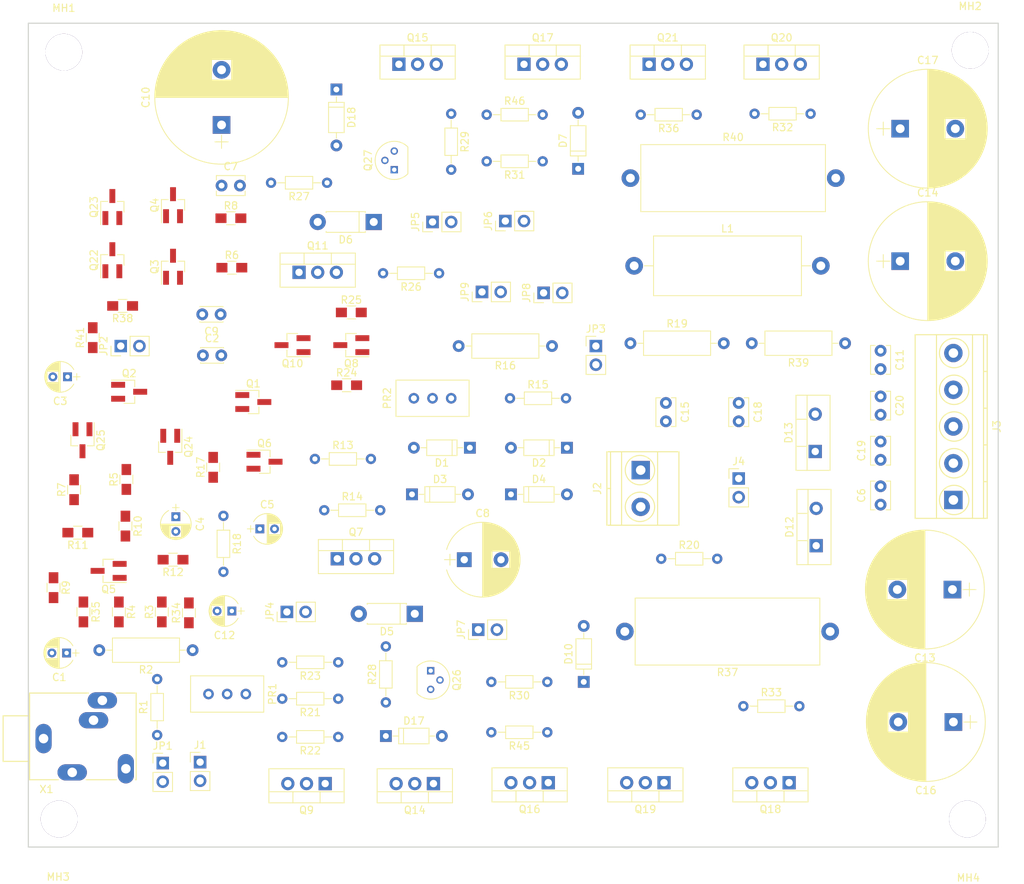
<source format=kicad_pcb>
(kicad_pcb (version 4) (host pcbnew 4.0.7)
  (layers (0 F.Cu mixed) (31 B.Cu mixed) (34 B.Paste user) (35 F.Paste user) (36 B.SilkS user) (37 F.SilkS user) (38 B.Mask user) (39 F.Mask user) (44 Edge.Cuts user))
  (net 0 "")
  (net 1 "Net-(C1-Pad1)")
  (net 2 "Net-(C1-Pad2)")
  (net 3 "Net-(C2-Pad1)")
  (net 4 GND)
  (net 5 "Net-(C3-Pad1)")
  (net 6 "Net-(C3-Pad2)")
  (net 7 "Net-(C4-Pad2)")
  (net 8 "Net-(C5-Pad2)")
  (net 9 "Net-(C10-Pad2)")
  (net 10 "Net-(C8-Pad1)")
  (net 11 "Net-(C9-Pad1)")
  (net 12 "Net-(C9-Pad2)")
  (net 13 "Net-(C12-Pad1)")
  (net 14 "Net-(C12-Pad2)")
  (net 15 "Net-(C15-Pad1)")
  (net 16 +VCC_15V)
  (net 17 VEE_-15V)
  (net 18 "Net-(C18-Pad1)")
  (net 19 "Net-(C18-Pad2)")
  (net 20 "Net-(D1-Pad1)")
  (net 21 "Net-(D3-Pad2)")
  (net 22 "Net-(D10-Pad2)")
  (net 23 "Net-(D5-Pad2)")
  (net 24 "Net-(D7-Pad2)")
  (net 25 "Net-(D10-Pad1)")
  (net 26 "Net-(D12-Pad1)")
  (net 27 "Net-(D13-Pad2)")
  (net 28 "Net-(D17-Pad1)")
  (net 29 "Net-(D17-Pad2)")
  (net 30 "Net-(D18-Pad1)")
  (net 31 "Net-(D18-Pad2)")
  (net 32 +VCC_40V)
  (net 33 VEE_-40V)
  (net 34 "Net-(J2-Pad1)")
  (net 35 "Net-(JP2-Pad1)")
  (net 36 "Net-(PR1-Pad1)")
  (net 37 "Net-(PR2-Pad2)")
  (net 38 "Net-(Q1-Pad2)")
  (net 39 "Net-(Q1-Pad3)")
  (net 40 "Net-(Q2-Pad2)")
  (net 41 "Net-(Q2-Pad3)")
  (net 42 "Net-(Q22-Pad2)")
  (net 43 "Net-(Q3-Pad2)")
  (net 44 "Net-(Q4-Pad2)")
  (net 45 "Net-(Q23-Pad2)")
  (net 46 "Net-(Q5-Pad2)")
  (net 47 "Net-(Q5-Pad3)")
  (net 48 "Net-(Q6-Pad1)")
  (net 49 "Net-(Q6-Pad3)")
  (net 50 "Net-(Q7-Pad2)")
  (net 51 "Net-(Q8-Pad1)")
  (net 52 "Net-(Q9-Pad1)")
  (net 53 "Net-(Q10-Pad2)")
  (net 54 "Net-(Q11-Pad3)")
  (net 55 "Net-(Q16-Pad3)")
  (net 56 "Net-(Q17-Pad3)")
  (net 57 "Net-(Q19-Pad3)")
  (net 58 "Net-(Q20-Pad3)")
  (net 59 "Net-(Q22-Pad1)")
  (net 60 "Net-(Q26-Pad2)")
  (net 61 "Net-(Q27-Pad2)")
  (net 62 "Net-(R3-Pad2)")
  (net 63 "Net-(R11-Pad2)")
  (net 64 "Net-(R20-Pad2)")
  (net 65 "Net-(D5-Pad1)")
  (net 66 "Net-(D7-Pad1)")
  (net 67 "Net-(JP4-Pad2)")
  (net 68 "Net-(JP5-Pad2)")
  (net 69 "Net-(JP8-Pad2)")
  (net 70 "Net-(JP3-Pad1)")
  (module Capacitors_THT:CP_Radial_D4.0mm_P2.00mm (layer F.Cu) (at 60.071 113.157 180)
    (fp_text reference C1 (at 1 -3.31 180) (layer F.SilkS))
    (fp_text value 47u)
    (pad 1 thru_hole rect (at 0 0 180) (size 1.2 1.2) (drill 0.6) (layers *.Cu *.Mask) (net 1 "Net-(C1-Pad1)"))
    (pad 2 thru_hole circle (at 2 0 180) (size 1.2 1.2) (drill 0.6) (layers *.Cu *.Mask) (net 2 "Net-(C1-Pad2)"))
  )
  (module Capacitors_THT:C_Disc_D3.0mm_W2.0mm_P2.50mm (layer F.Cu) (at 78.613 72.644)
    (fp_text reference C2 (at 1.25 -2.31) (layer F.SilkS))
    (fp_text value 0.3n)
    (pad 1 thru_hole circle (at 0 0) (size 1.6 1.6) (drill 0.8) (layers *.Cu *.Mask) (net 3 "Net-(C2-Pad1)"))
    (pad 2 thru_hole circle (at 2.5 0) (size 1.6 1.6) (drill 0.8) (layers *.Cu *.Mask) (net 4 GND))
  )
  (module Capacitors_THT:CP_Radial_D4.0mm_P2.00mm (layer F.Cu) (at 60.198 75.565 180)
    (fp_text reference C3 (at 1 -3.31 180) (layer F.SilkS))
    (fp_text value 100u)
    (pad 1 thru_hole rect (at 0 0 180) (size 1.2 1.2) (drill 0.6) (layers *.Cu *.Mask) (net 5 "Net-(C3-Pad1)"))
    (pad 2 thru_hole circle (at 2 0 180) (size 1.2 1.2) (drill 0.6) (layers *.Cu *.Mask) (net 6 "Net-(C3-Pad2)"))
  )
  (module Capacitors_THT:CP_Radial_D4.0mm_P2.00mm (layer F.Cu) (at 74.93 94.615 270)
    (fp_text reference C4 (at 1 -3.31 270) (layer F.SilkS))
    (fp_text value 47u)
    (pad 1 thru_hole rect (at 0 0 270) (size 1.2 1.2) (drill 0.6) (layers *.Cu *.Mask) (net 32 +VCC_40V))
    (pad 2 thru_hole circle (at 2 0 270) (size 1.2 1.2) (drill 0.6) (layers *.Cu *.Mask) (net 7 "Net-(C4-Pad2)"))
  )
  (module Capacitors_THT:CP_Radial_D4.0mm_P2.00mm (layer F.Cu) (at 86.36 96.266)
    (fp_text reference C5 (at 1 -3.31) (layer F.SilkS))
    (fp_text value 47u)
    (pad 1 thru_hole rect (at 0 0) (size 1.2 1.2) (drill 0.6) (layers *.Cu *.Mask) (net 32 +VCC_40V))
    (pad 2 thru_hole circle (at 2 0) (size 1.2 1.2) (drill 0.6) (layers *.Cu *.Mask) (net 8 "Net-(C5-Pad2)"))
  )
  (module Capacitors_THT:C_Disc_D3.8mm_W2.6mm_P2.50mm (layer F.Cu) (at 170.815 92.964 90)
    (fp_text reference C6 (at 1.25 -2.61 90) (layer F.SilkS))
    (fp_text value 100n)
    (pad 1 thru_hole circle (at 0 0 90) (size 1.6 1.6) (drill 0.8) (layers *.Cu *.Mask) (net 32 +VCC_40V))
    (pad 2 thru_hole circle (at 2.5 0 90) (size 1.6 1.6) (drill 0.8) (layers *.Cu *.Mask) (net 4 GND))
  )
  (module Capacitors_THT:C_Disc_D3.8mm_W2.6mm_P2.50mm (layer F.Cu) (at 81.153 49.53)
    (fp_text reference C7 (at 1.25 -2.61) (layer F.SilkS))
    (fp_text value 100n)
    (pad 1 thru_hole circle (at 0 0) (size 1.6 1.6) (drill 0.8) (layers *.Cu *.Mask) (net 4 GND))
    (pad 2 thru_hole circle (at 2.5 0) (size 1.6 1.6) (drill 0.8) (layers *.Cu *.Mask) (net 9 "Net-(C10-Pad2)"))
  )
  (module Capacitors_THT:CP_Radial_D10.0mm_P5.00mm (layer F.Cu) (at 114.173 100.457)
    (fp_text reference C8 (at 2.5 -6.31) (layer F.SilkS))
    (fp_text value 1000u)
    (pad 1 thru_hole rect (at 0 0) (size 2 2) (drill 1) (layers *.Cu *.Mask) (net 10 "Net-(C8-Pad1)"))
    (pad 2 thru_hole circle (at 5 0) (size 2 2) (drill 1) (layers *.Cu *.Mask) (net 4 GND))
  )
  (module Capacitors_THT:C_Disc_D3.0mm_W2.0mm_P2.50mm (layer F.Cu) (at 81.026 67.056 180)
    (fp_text reference C9 (at 1.25 -2.31 180) (layer F.SilkS))
    (fp_text value 33p)
    (pad 1 thru_hole circle (at 0 0 180) (size 1.6 1.6) (drill 0.8) (layers *.Cu *.Mask) (net 11 "Net-(C9-Pad1)"))
    (pad 2 thru_hole circle (at 2.5 0 180) (size 1.6 1.6) (drill 0.8) (layers *.Cu *.Mask) (net 12 "Net-(C9-Pad2)"))
  )
  (module Capacitors_THT:CP_Radial_D18.0mm_P7.50mm (layer F.Cu) (at 81.153 41.275 90)
    (fp_text reference C10 (at 3.75 -10.31 90) (layer F.SilkS))
    (fp_text value 1000u)
    (pad 1 thru_hole rect (at 0 0 90) (size 2.4 2.4) (drill 1.2) (layers *.Cu *.Mask) (net 4 GND))
    (pad 2 thru_hole circle (at 7.5 0 90) (size 2.4 2.4) (drill 1.2) (layers *.Cu *.Mask) (net 9 "Net-(C10-Pad2)"))
  )
  (module Capacitors_THT:C_Disc_D3.8mm_W2.6mm_P2.50mm (layer F.Cu) (at 170.815 72.009 270)
    (fp_text reference C11 (at 1.25 -2.61 270) (layer F.SilkS))
    (fp_text value 100n)
    (pad 1 thru_hole circle (at 0 0 270) (size 1.6 1.6) (drill 0.8) (layers *.Cu *.Mask) (net 33 VEE_-40V))
    (pad 2 thru_hole circle (at 2.5 0 270) (size 1.6 1.6) (drill 0.8) (layers *.Cu *.Mask) (net 4 GND))
  )
  (module Capacitors_THT:CP_Radial_D4.0mm_P2.00mm (layer F.Cu) (at 82.55 107.442 180)
    (fp_text reference C12 (at 1 -3.31 180) (layer F.SilkS))
    (fp_text value 47u)
    (pad 1 thru_hole rect (at 0 0 180) (size 1.2 1.2) (drill 0.6) (layers *.Cu *.Mask) (net 13 "Net-(C12-Pad1)"))
    (pad 2 thru_hole circle (at 2 0 180) (size 1.2 1.2) (drill 0.6) (layers *.Cu *.Mask) (net 14 "Net-(C12-Pad2)"))
  )
  (module Capacitors_THT:CP_Radial_D16.0mm_P7.50mm (layer F.Cu) (at 180.594 104.521 180)
    (fp_text reference C13 (at 3.75 -9.31 180) (layer F.SilkS))
    (fp_text value 220u)
    (pad 1 thru_hole rect (at 0 0 180) (size 2.4 2.4) (drill 1.2) (layers *.Cu *.Mask) (net 32 +VCC_40V))
    (pad 2 thru_hole circle (at 7.5 0 180) (size 2.4 2.4) (drill 1.2) (layers *.Cu *.Mask) (net 4 GND))
  )
  (module Capacitors_THT:CP_Radial_D16.0mm_P7.50mm (layer F.Cu) (at 173.482 59.817)
    (fp_text reference C14 (at 3.75 -9.31) (layer F.SilkS))
    (fp_text value 220u)
    (pad 1 thru_hole rect (at 0 0) (size 2.4 2.4) (drill 1.2) (layers *.Cu *.Mask) (net 4 GND))
    (pad 2 thru_hole circle (at 7.5 0) (size 2.4 2.4) (drill 1.2) (layers *.Cu *.Mask) (net 33 VEE_-40V))
  )
  (module Capacitors_THT:C_Disc_D3.8mm_W2.6mm_P2.50mm (layer F.Cu) (at 141.605 79.121 270)
    (fp_text reference C15 (at 1.25 -2.61 270) (layer F.SilkS))
    (fp_text value 100n)
    (pad 1 thru_hole circle (at 0 0 270) (size 1.6 1.6) (drill 0.8) (layers *.Cu *.Mask) (net 15 "Net-(C15-Pad1)"))
    (pad 2 thru_hole circle (at 2.5 0 270) (size 1.6 1.6) (drill 0.8) (layers *.Cu *.Mask) (net 4 GND))
  )
  (module Capacitors_THT:CP_Radial_D16.0mm_P7.50mm (layer F.Cu) (at 180.721 122.555 180)
    (fp_text reference C16 (at 3.75 -9.31 180) (layer F.SilkS))
    (fp_text value 220u)
    (pad 1 thru_hole rect (at 0 0 180) (size 2.4 2.4) (drill 1.2) (layers *.Cu *.Mask) (net 16 +VCC_15V))
    (pad 2 thru_hole circle (at 7.5 0 180) (size 2.4 2.4) (drill 1.2) (layers *.Cu *.Mask) (net 4 GND))
  )
  (module Capacitors_THT:CP_Radial_D16.0mm_P7.50mm (layer F.Cu) (at 173.482 41.783)
    (fp_text reference C17 (at 3.75 -9.31) (layer F.SilkS))
    (fp_text value 220u)
    (pad 1 thru_hole rect (at 0 0) (size 2.4 2.4) (drill 1.2) (layers *.Cu *.Mask) (net 4 GND))
    (pad 2 thru_hole circle (at 7.5 0) (size 2.4 2.4) (drill 1.2) (layers *.Cu *.Mask) (net 17 VEE_-15V))
  )
  (module Capacitors_THT:C_Disc_D3.8mm_W2.6mm_P2.50mm (layer F.Cu) (at 151.511 79.121 270)
    (fp_text reference C18 (at 1.25 -2.61 270) (layer F.SilkS))
    (fp_text value 100n)
    (pad 1 thru_hole circle (at 0 0 270) (size 1.6 1.6) (drill 0.8) (layers *.Cu *.Mask) (net 18 "Net-(C18-Pad1)"))
    (pad 2 thru_hole circle (at 2.5 0 270) (size 1.6 1.6) (drill 0.8) (layers *.Cu *.Mask) (net 19 "Net-(C18-Pad2)"))
  )
  (module Capacitors_THT:C_Disc_D3.8mm_W2.6mm_P2.50mm (layer F.Cu) (at 170.815 86.868 90)
    (fp_text reference C19 (at 1.25 -2.61 90) (layer F.SilkS))
    (fp_text value 100n)
    (pad 1 thru_hole circle (at 0 0 90) (size 1.6 1.6) (drill 0.8) (layers *.Cu *.Mask) (net 16 +VCC_15V))
    (pad 2 thru_hole circle (at 2.5 0 90) (size 1.6 1.6) (drill 0.8) (layers *.Cu *.Mask) (net 4 GND))
  )
  (module Capacitors_THT:C_Disc_D3.8mm_W2.6mm_P2.50mm (layer F.Cu) (at 170.815 78.232 270)
    (fp_text reference C20 (at 1.25 -2.61 270) (layer F.SilkS))
    (fp_text value 100n)
    (pad 1 thru_hole circle (at 0 0 270) (size 1.6 1.6) (drill 0.8) (layers *.Cu *.Mask) (net 17 VEE_-15V))
    (pad 2 thru_hole circle (at 2.5 0 270) (size 1.6 1.6) (drill 0.8) (layers *.Cu *.Mask) (net 4 GND))
  )
  (module Diodes_THT:D_DO-35_SOD27_P7.62mm_Horizontal (layer F.Cu) (at 114.935 85.217 180)
    (fp_text reference D1 (at 3.81 -2.06 180) (layer F.SilkS))
    (fp_text value 1N4148)
    (pad 1 thru_hole rect (at 0 0 180) (size 1.6 1.6) (drill 0.8) (layers *.Cu *.Mask) (net 20 "Net-(D1-Pad1)"))
    (pad 2 thru_hole oval (at 7.62 0 180) (size 1.6 1.6) (drill 0.8) (layers *.Cu *.Mask) (net 10 "Net-(C8-Pad1)"))
  )
  (module Diodes_THT:D_DO-35_SOD27_P7.62mm_Horizontal (layer F.Cu) (at 128.143 85.217 180)
    (fp_text reference D2 (at 3.81 -2.06 180) (layer F.SilkS))
    (fp_text value 1N4148)
    (pad 1 thru_hole rect (at 0 0 180) (size 1.6 1.6) (drill 0.8) (layers *.Cu *.Mask) (net 4 GND))
    (pad 2 thru_hole oval (at 7.62 0 180) (size 1.6 1.6) (drill 0.8) (layers *.Cu *.Mask) (net 20 "Net-(D1-Pad1)"))
  )
  (module Diodes_THT:D_DO-35_SOD27_P7.62mm_Horizontal (layer F.Cu) (at 107.061 91.567)
    (fp_text reference D3 (at 3.81 -2.06) (layer F.SilkS))
    (fp_text value 1N4148)
    (pad 1 thru_hole rect (at 0 0) (size 1.6 1.6) (drill 0.8) (layers *.Cu *.Mask) (net 10 "Net-(C8-Pad1)"))
    (pad 2 thru_hole oval (at 7.62 0) (size 1.6 1.6) (drill 0.8) (layers *.Cu *.Mask) (net 21 "Net-(D3-Pad2)"))
  )
  (module Diodes_THT:D_DO-35_SOD27_P7.62mm_Horizontal (layer F.Cu) (at 120.523 91.567)
    (fp_text reference D4 (at 3.81 -2.06) (layer F.SilkS))
    (fp_text value 1N4148)
    (pad 1 thru_hole rect (at 0 0) (size 1.6 1.6) (drill 0.8) (layers *.Cu *.Mask) (net 21 "Net-(D3-Pad2)"))
    (pad 2 thru_hole oval (at 7.62 0) (size 1.6 1.6) (drill 0.8) (layers *.Cu *.Mask) (net 4 GND))
  )
  (module Diodes_THT:D_DO-41_SOD81_P7.62mm_Horizontal (layer F.Cu) (at 107.442 107.823 180)
    (fp_text reference D5 (at 3.81 -2.41 180) (layer F.SilkS))
    (fp_text value 1N4728)
    (pad 1 thru_hole rect (at 0 0 180) (size 2.2 2.2) (drill 1.1) (layers *.Cu *.Mask) (net 65 "Net-(D5-Pad1)"))
    (pad 2 thru_hole oval (at 7.62 0 180) (size 2.2 2.2) (drill 1.1) (layers *.Cu *.Mask) (net 23 "Net-(D5-Pad2)"))
  )
  (module Diodes_THT:D_DO-41_SOD81_P7.62mm_Horizontal (layer F.Cu) (at 101.854 54.483 180)
    (fp_text reference D6 (at 3.81 -2.41 180) (layer F.SilkS))
    (fp_text value 1N4728)
    (pad 1 thru_hole rect (at 0 0 180) (size 2.2 2.2) (drill 1.1) (layers *.Cu *.Mask) (net 14 "Net-(C12-Pad2)"))
    (pad 2 thru_hole oval (at 7.62 0 180) (size 2.2 2.2) (drill 1.1) (layers *.Cu *.Mask) (net 11 "Net-(C9-Pad1)"))
  )
  (module Diodes_THT:D_DO-35_SOD27_P7.62mm_Horizontal (layer F.Cu) (at 129.667 47.244 90)
    (fp_text reference D7 (at 3.81 -2.06 90) (layer F.SilkS))
    (fp_text value 1N4148)
    (pad 1 thru_hole rect (at 0 0 90) (size 1.6 1.6) (drill 0.8) (layers *.Cu *.Mask) (net 66 "Net-(D7-Pad1)"))
    (pad 2 thru_hole oval (at 7.62 0 90) (size 1.6 1.6) (drill 0.8) (layers *.Cu *.Mask) (net 24 "Net-(D7-Pad2)"))
  )
  (module Diodes_THT:D_DO-35_SOD27_P7.62mm_Horizontal (layer F.Cu) (at 130.429 117.094 90)
    (fp_text reference D10 (at 3.81 -2.06 90) (layer F.SilkS))
    (fp_text value 1N4148)
    (pad 1 thru_hole rect (at 0 0 90) (size 1.6 1.6) (drill 0.8) (layers *.Cu *.Mask) (net 25 "Net-(D10-Pad1)"))
    (pad 2 thru_hole oval (at 7.62 0 90) (size 1.6 1.6) (drill 0.8) (layers *.Cu *.Mask) (net 22 "Net-(D10-Pad2)"))
  )
  (module TO_SOT_Packages_THT:TO-220-2_Vertical (layer F.Cu) (at 162.052 98.552 90)
    (fp_text reference D12 (at 2.54 -3.62 90) (layer F.SilkS))
    (fp_text value MUR860)
    (pad 1 thru_hole rect (at 0 0 90) (size 1.8 1.8) (drill 1) (layers *.Cu *.Mask) (net 26 "Net-(D12-Pad1)"))
    (pad 2 thru_hole oval (at 5.08 0 90) (size 1.8 1.8) (drill 1) (layers *.Cu *.Mask) (net 16 +VCC_15V))
  )
  (module TO_SOT_Packages_THT:TO-220-2_Vertical (layer F.Cu) (at 161.925 85.725 90)
    (fp_text reference D13 (at 2.54 -3.62 90) (layer F.SilkS))
    (fp_text value MUR860)
    (pad 1 thru_hole rect (at 0 0 90) (size 1.8 1.8) (drill 1) (layers *.Cu *.Mask) (net 17 VEE_-15V))
    (pad 2 thru_hole oval (at 5.08 0 90) (size 1.8 1.8) (drill 1) (layers *.Cu *.Mask) (net 27 "Net-(D13-Pad2)"))
  )
  (module Diodes_THT:D_DO-35_SOD27_P7.62mm_Horizontal (layer F.Cu) (at 103.505 124.46)
    (fp_text reference D17 (at 3.81 -2.06) (layer F.SilkS))
    (fp_text value 1N4148)
    (pad 1 thru_hole rect (at 0 0) (size 1.6 1.6) (drill 0.8) (layers *.Cu *.Mask) (net 28 "Net-(D17-Pad1)"))
    (pad 2 thru_hole oval (at 7.62 0) (size 1.6 1.6) (drill 0.8) (layers *.Cu *.Mask) (net 29 "Net-(D17-Pad2)"))
  )
  (module Diodes_THT:D_DO-35_SOD27_P7.62mm_Horizontal (layer F.Cu) (at 96.774 36.449 270)
    (fp_text reference D18 (at 3.81 -2.06 270) (layer F.SilkS))
    (fp_text value 1N4148)
    (pad 1 thru_hole rect (at 0 0 270) (size 1.6 1.6) (drill 0.8) (layers *.Cu *.Mask) (net 30 "Net-(D18-Pad1)"))
    (pad 2 thru_hole oval (at 7.62 0 270) (size 1.6 1.6) (drill 0.8) (layers *.Cu *.Mask) (net 31 "Net-(D18-Pad2)"))
  )
  (module Pin_Headers:Pin_Header_Straight_1x02_Pitch2.54mm (layer F.Cu) (at 78.232 128.016)
    (fp_text reference J1 (at 0 -2.33) (layer F.SilkS))
    (fp_text value Conn_IN)
    (pad 1 thru_hole rect (at 0 0) (size 1.7 1.7) (drill 1) (layers *.Cu *.Mask) (net 2 "Net-(C1-Pad2)"))
    (pad 2 thru_hole oval (at 0 2.54) (size 1.7 1.7) (drill 1) (layers *.Cu *.Mask) (net 4 GND))
  )
  (module TerminalBlocks_Phoenix:TerminalBlock_Phoenix_MKDS1.5-2pol (layer F.Cu) (at 138.176 88.265 270)
    (fp_text reference J2 (at 2.5 5.9 270) (layer F.SilkS))
    (fp_text value LOAD_CONN)
    (pad 1 thru_hole rect (at 0 0 270) (size 2.5 2.5) (drill 1.3) (layers *.Cu *.Mask) (net 34 "Net-(J2-Pad1)"))
    (pad 2 thru_hole circle (at 5 0 270) (size 2.5 2.5) (drill 1.3) (layers *.Cu *.Mask) (net 4 GND))
  )
  (module TerminalBlocks_Phoenix:TerminalBlock_Phoenix_MKDS1.5-5pol (layer F.Cu) (at 180.721 92.329 90)
    (fp_text reference J3 (at 10 5.9 90) (layer F.SilkS))
    (fp_text value SUPPLY_CONN)
    (pad 5 thru_hole circle (at 20 0 90) (size 2.5 2.5) (drill 1.3) (layers *.Cu *.Mask) (net 33 VEE_-40V))
    (pad 4 thru_hole circle (at 15 0 90) (size 2.5 2.5) (drill 1.3) (layers *.Cu *.Mask) (net 17 VEE_-15V))
    (pad 3 thru_hole circle (at 10 0 90) (size 2.5 2.5) (drill 1.3) (layers *.Cu *.Mask) (net 4 GND))
    (pad 1 thru_hole rect (at 0 0 90) (size 2.5 2.5) (drill 1.3) (layers *.Cu *.Mask) (net 32 +VCC_40V))
    (pad 2 thru_hole circle (at 5 0 90) (size 2.5 2.5) (drill 1.3) (layers *.Cu *.Mask) (net 16 +VCC_15V))
  )
  (module Pin_Headers:Pin_Header_Straight_1x02_Pitch2.54mm (layer F.Cu) (at 73.152 128.143)
    (fp_text reference JP1 (at 0 -2.33) (layer F.SilkS))
    (fp_text value Jumper_NO_Small)
    (pad 1 thru_hole rect (at 0 0) (size 1.7 1.7) (drill 1) (layers *.Cu *.Mask) (net 2 "Net-(C1-Pad2)"))
    (pad 2 thru_hole oval (at 0 2.54) (size 1.7 1.7) (drill 1) (layers *.Cu *.Mask) (net 4 GND))
  )
  (module Pin_Headers:Pin_Header_Straight_1x02_Pitch2.54mm (layer F.Cu) (at 67.437 71.374 90)
    (fp_text reference JP2 (at 0 -2.33 90) (layer F.SilkS))
    (fp_text value Diff_Stage_Jumper)
    (pad 1 thru_hole rect (at 0 0 90) (size 1.7 1.7) (drill 1) (layers *.Cu *.Mask) (net 35 "Net-(JP2-Pad1)"))
    (pad 2 thru_hole oval (at 0 2.54 90) (size 1.7 1.7) (drill 1) (layers *.Cu *.Mask) (net 12 "Net-(C9-Pad2)"))
  )
  (module Pin_Headers:Pin_Header_Straight_1x02_Pitch2.54mm (layer F.Cu) (at 132.08 71.374)
    (fp_text reference JP3 (at 0 -2.33) (layer F.SilkS))
    (fp_text value Jumper_Q2)
    (pad 1 thru_hole rect (at 0 0) (size 1.7 1.7) (drill 1) (layers *.Cu *.Mask) (net 70 "Net-(JP3-Pad1)"))
    (pad 2 thru_hole oval (at 0 2.54) (size 1.7 1.7) (drill 1) (layers *.Cu *.Mask) (net 4 GND))
  )
  (module Pin_Headers:Pin_Header_Straight_1x02_Pitch2.54mm (layer F.Cu) (at 90.043 107.569 90)
    (fp_text reference JP4 (at 0 -2.33 90) (layer F.SilkS))
    (fp_text value Low_Pos_Jumper)
    (pad 1 thru_hole rect (at 0 0 90) (size 1.7 1.7) (drill 1) (layers *.Cu *.Mask) (net 13 "Net-(C12-Pad1)"))
    (pad 2 thru_hole oval (at 0 2.54 90) (size 1.7 1.7) (drill 1) (layers *.Cu *.Mask) (net 67 "Net-(JP4-Pad2)"))
  )
  (module Potentiometers:Potentiometer_Trimmer_Suntan_TSR-3386C_Vertical (layer F.Cu) (at 84.455 118.745 270)
    (fp_text reference PR1 (at 0 -3.625 270) (layer F.SilkS))
    (fp_text value 1k)
    (pad 3 thru_hole circle (at 0 5.08 270) (size 1.44 1.44) (drill 0.8) (layers *.Cu *.Mask) (net 14 "Net-(C12-Pad2)"))
    (pad 2 thru_hole circle (at 0 2.54 270) (size 1.44 1.44) (drill 0.8) (layers *.Cu *.Mask) (net 14 "Net-(C12-Pad2)"))
    (pad 1 thru_hole circle (at 0 0 270) (size 1.44 1.44) (drill 0.8) (layers *.Cu *.Mask) (net 36 "Net-(PR1-Pad1)"))
  )
  (module Potentiometers:Potentiometer_Trimmer_Suntan_TSR-3386C_Vertical (layer F.Cu) (at 107.315 78.486 90)
    (fp_text reference PR2 (at 0 -3.625 90) (layer F.SilkS))
    (fp_text value 100)
    (pad 3 thru_hole circle (at 0 5.08 90) (size 1.44 1.44) (drill 0.8) (layers *.Cu *.Mask) (net 37 "Net-(PR2-Pad2)"))
    (pad 2 thru_hole circle (at 0 2.54 90) (size 1.44 1.44) (drill 0.8) (layers *.Cu *.Mask) (net 37 "Net-(PR2-Pad2)"))
    (pad 1 thru_hole circle (at 0 0 90) (size 1.44 1.44) (drill 0.8) (layers *.Cu *.Mask) (net 10 "Net-(C8-Pad1)"))
  )
  (module TO_SOT_Packages_SMD:SOT-23_Handsoldering (layer F.Cu) (at 85.471 78.994)
    (fp_text reference Q1 (at 0 -2.5) (layer F.SilkS))
    (fp_text value BC856)
    (pad 1 smd rect (at -1.5 -0.95) (size 1.9 0.8) (layers F.Cu F.Paste F.Mask) (net 3 "Net-(C2-Pad1)"))
    (pad 2 smd rect (at -1.5 0.95) (size 1.9 0.8) (layers F.Cu F.Paste F.Mask) (net 38 "Net-(Q1-Pad2)"))
    (pad 3 smd rect (at 1.5 0) (size 1.9 0.8) (layers F.Cu F.Paste F.Mask) (net 39 "Net-(Q1-Pad3)"))
  )
  (module TO_SOT_Packages_SMD:SOT-23_Handsoldering (layer F.Cu) (at 68.58 77.597)
    (fp_text reference Q2 (at 0 -2.5) (layer F.SilkS))
    (fp_text value BC856)
    (pad 1 smd rect (at -1.5 -0.95) (size 1.9 0.8) (layers F.Cu F.Paste F.Mask) (net 5 "Net-(C3-Pad1)"))
    (pad 2 smd rect (at -1.5 0.95) (size 1.9 0.8) (layers F.Cu F.Paste F.Mask) (net 40 "Net-(Q2-Pad2)"))
    (pad 3 smd rect (at 1.5 0) (size 1.9 0.8) (layers F.Cu F.Paste F.Mask) (net 41 "Net-(Q2-Pad3)"))
  )
  (module TO_SOT_Packages_SMD:SOT-23_Handsoldering (layer F.Cu) (at 74.549 60.579 90)
    (fp_text reference Q3 (at 0 -2.5 90) (layer F.SilkS))
    (fp_text value BC846)
    (pad 1 smd rect (at -1.5 -0.95 90) (size 1.9 0.8) (layers F.Cu F.Paste F.Mask) (net 42 "Net-(Q22-Pad2)"))
    (pad 2 smd rect (at -1.5 0.95 90) (size 1.9 0.8) (layers F.Cu F.Paste F.Mask) (net 43 "Net-(Q3-Pad2)"))
    (pad 3 smd rect (at 1.5 0 90) (size 1.9 0.8) (layers F.Cu F.Paste F.Mask) (net 42 "Net-(Q22-Pad2)"))
  )
  (module TO_SOT_Packages_SMD:SOT-23_Handsoldering (layer F.Cu) (at 74.549 52.197 90)
    (fp_text reference Q4 (at 0 -2.5 90) (layer F.SilkS))
    (fp_text value BC846)
    (pad 1 smd rect (at -1.5 -0.95 90) (size 1.9 0.8) (layers F.Cu F.Paste F.Mask) (net 42 "Net-(Q22-Pad2)"))
    (pad 2 smd rect (at -1.5 0.95 90) (size 1.9 0.8) (layers F.Cu F.Paste F.Mask) (net 44 "Net-(Q4-Pad2)"))
    (pad 3 smd rect (at 1.5 0 90) (size 1.9 0.8) (layers F.Cu F.Paste F.Mask) (net 45 "Net-(Q23-Pad2)"))
  )
  (module TO_SOT_Packages_SMD:SOT-23_Handsoldering (layer F.Cu) (at 65.786 101.981 180)
    (fp_text reference Q5 (at 0 -2.5 180) (layer F.SilkS))
    (fp_text value BC856)
    (pad 1 smd rect (at -1.5 -0.95 180) (size 1.9 0.8) (layers F.Cu F.Paste F.Mask) (net 7 "Net-(C4-Pad2)"))
    (pad 2 smd rect (at -1.5 0.95 180) (size 1.9 0.8) (layers F.Cu F.Paste F.Mask) (net 46 "Net-(Q5-Pad2)"))
    (pad 3 smd rect (at 1.5 0 180) (size 1.9 0.8) (layers F.Cu F.Paste F.Mask) (net 47 "Net-(Q5-Pad3)"))
  )
  (module TO_SOT_Packages_SMD:SOT-23_Handsoldering (layer F.Cu) (at 86.995 87.122)
    (fp_text reference Q6 (at 0 -2.5) (layer F.SilkS))
    (fp_text value BC856)
    (pad 1 smd rect (at -1.5 -0.95) (size 1.9 0.8) (layers F.Cu F.Paste F.Mask) (net 48 "Net-(Q6-Pad1)"))
    (pad 2 smd rect (at -1.5 0.95) (size 1.9 0.8) (layers F.Cu F.Paste F.Mask) (net 32 +VCC_40V))
    (pad 3 smd rect (at 1.5 0) (size 1.9 0.8) (layers F.Cu F.Paste F.Mask) (net 49 "Net-(Q6-Pad3)"))
  )
  (module TO_SOT_Packages_SMD:SOT-23_Handsoldering (layer F.Cu) (at 98.806 71.247 180)
    (fp_text reference Q8 (at 0 -2.5 180) (layer F.SilkS))
    (fp_text value BC846)
    (pad 1 smd rect (at -1.5 -0.95 180) (size 1.9 0.8) (layers F.Cu F.Paste F.Mask) (net 51 "Net-(Q8-Pad1)"))
    (pad 2 smd rect (at -1.5 0.95 180) (size 1.9 0.8) (layers F.Cu F.Paste F.Mask) (net 9 "Net-(C10-Pad2)"))
    (pad 3 smd rect (at 1.5 0 180) (size 1.9 0.8) (layers F.Cu F.Paste F.Mask) (net 12 "Net-(C9-Pad2)"))
  )
  (module TO_SOT_Packages_SMD:SOT-23_Handsoldering (layer F.Cu) (at 90.805 71.247 180)
    (fp_text reference Q10 (at 0 -2.5 180) (layer F.SilkS))
    (fp_text value BC846)
    (pad 1 smd rect (at -1.5 -0.95 180) (size 1.9 0.8) (layers F.Cu F.Paste F.Mask) (net 12 "Net-(C9-Pad2)"))
    (pad 2 smd rect (at -1.5 0.95 180) (size 1.9 0.8) (layers F.Cu F.Paste F.Mask) (net 53 "Net-(Q10-Pad2)"))
    (pad 3 smd rect (at 1.5 0 180) (size 1.9 0.8) (layers F.Cu F.Paste F.Mask) (net 4 GND))
  )
  (module TO_SOT_Packages_THT:TO-220-3_Vertical (layer F.Cu) (at 158.369 130.81 180)
    (fp_text reference Q18 (at 2.54 -3.62 180) (layer F.SilkS))
    (fp_text value 2SC5200)
    (pad 1 thru_hole rect (at 0 0 180) (size 1.8 1.8) (drill 1) (layers *.Cu *.Mask) (net 55 "Net-(Q16-Pad3)"))
    (pad 2 thru_hole oval (at 2.54 0 180) (size 1.8 1.8) (drill 1) (layers *.Cu *.Mask) (net 32 +VCC_40V))
    (pad 3 thru_hole oval (at 5.08 0 180) (size 1.8 1.8) (drill 1) (layers *.Cu *.Mask) (net 26 "Net-(D12-Pad1)"))
  )
  (module TO_SOT_Packages_THT:TO-220-3_Vertical (layer F.Cu) (at 141.351 130.81 180)
    (fp_text reference Q19 (at 2.54 -3.62 180) (layer F.SilkS))
    (fp_text value 2SC5200)
    (pad 1 thru_hole rect (at 0 0 180) (size 1.8 1.8) (drill 1) (layers *.Cu *.Mask) (net 18 "Net-(C18-Pad1)"))
    (pad 2 thru_hole oval (at 2.54 0 180) (size 1.8 1.8) (drill 1) (layers *.Cu *.Mask) (net 26 "Net-(D12-Pad1)"))
    (pad 3 thru_hole oval (at 5.08 0 180) (size 1.8 1.8) (drill 1) (layers *.Cu *.Mask) (net 57 "Net-(Q19-Pad3)"))
  )
  (module TO_SOT_Packages_THT:TO-220-3_Vertical (layer F.Cu) (at 154.813 33.02)
    (fp_text reference Q20 (at 2.54 -3.62) (layer F.SilkS))
    (fp_text value 2SA1943)
    (pad 1 thru_hole rect (at 0 0) (size 1.8 1.8) (drill 1) (layers *.Cu *.Mask) (net 19 "Net-(C18-Pad2)"))
    (pad 2 thru_hole oval (at 2.54 0) (size 1.8 1.8) (drill 1) (layers *.Cu *.Mask) (net 27 "Net-(D13-Pad2)"))
    (pad 3 thru_hole oval (at 5.08 0) (size 1.8 1.8) (drill 1) (layers *.Cu *.Mask) (net 58 "Net-(Q20-Pad3)"))
  )
  (module TO_SOT_Packages_THT:TO-220-3_Vertical (layer F.Cu) (at 139.319 33.02)
    (fp_text reference Q21 (at 2.54 -3.62) (layer F.SilkS))
    (fp_text value 2SA1943)
    (pad 1 thru_hole rect (at 0 0) (size 1.8 1.8) (drill 1) (layers *.Cu *.Mask) (net 56 "Net-(Q17-Pad3)"))
    (pad 2 thru_hole oval (at 2.54 0) (size 1.8 1.8) (drill 1) (layers *.Cu *.Mask) (net 33 VEE_-40V))
    (pad 3 thru_hole oval (at 5.08 0) (size 1.8 1.8) (drill 1) (layers *.Cu *.Mask) (net 27 "Net-(D13-Pad2)"))
  )
  (module TO_SOT_Packages_SMD:SOT-23_Handsoldering (layer F.Cu) (at 66.294 59.69 90)
    (fp_text reference Q22 (at 0 -2.5 90) (layer F.SilkS))
    (fp_text value BC846)
    (pad 1 smd rect (at -1.5 -0.95 90) (size 1.9 0.8) (layers F.Cu F.Paste F.Mask) (net 59 "Net-(Q22-Pad1)"))
    (pad 2 smd rect (at -1.5 0.95 90) (size 1.9 0.8) (layers F.Cu F.Paste F.Mask) (net 42 "Net-(Q22-Pad2)"))
    (pad 3 smd rect (at 1.5 0 90) (size 1.9 0.8) (layers F.Cu F.Paste F.Mask) (net 35 "Net-(JP2-Pad1)"))
  )
  (module TO_SOT_Packages_SMD:SOT-23_Handsoldering (layer F.Cu) (at 66.294 52.451 90)
    (fp_text reference Q23 (at 0 -2.5 90) (layer F.SilkS))
    (fp_text value BC846)
    (pad 1 smd rect (at -1.5 -0.95 90) (size 1.9 0.8) (layers F.Cu F.Paste F.Mask) (net 59 "Net-(Q22-Pad1)"))
    (pad 2 smd rect (at -1.5 0.95 90) (size 1.9 0.8) (layers F.Cu F.Paste F.Mask) (net 45 "Net-(Q23-Pad2)"))
    (pad 3 smd rect (at 1.5 0 90) (size 1.9 0.8) (layers F.Cu F.Paste F.Mask) (net 59 "Net-(Q22-Pad1)"))
  )
  (module TO_SOT_Packages_SMD:SOT-23_Handsoldering (layer F.Cu) (at 74.168 85.09 270)
    (fp_text reference Q24 (at 0 -2.5 270) (layer F.SilkS))
    (fp_text value BC846)
    (pad 1 smd rect (at -1.5 -0.95 270) (size 1.9 0.8) (layers F.Cu F.Paste F.Mask) (net 39 "Net-(Q1-Pad3)"))
    (pad 2 smd rect (at -1.5 0.95 270) (size 1.9 0.8) (layers F.Cu F.Paste F.Mask) (net 35 "Net-(JP2-Pad1)"))
    (pad 3 smd rect (at 1.5 0 270) (size 1.9 0.8) (layers F.Cu F.Paste F.Mask) (net 38 "Net-(Q1-Pad2)"))
  )
  (module TO_SOT_Packages_SMD:SOT-23_Handsoldering (layer F.Cu) (at 62.23 84.201 270)
    (fp_text reference Q25 (at 0 -2.5 270) (layer F.SilkS))
    (fp_text value BC846)
    (pad 1 smd rect (at -1.5 -0.95 270) (size 1.9 0.8) (layers F.Cu F.Paste F.Mask) (net 41 "Net-(Q2-Pad3)"))
    (pad 2 smd rect (at -1.5 0.95 270) (size 1.9 0.8) (layers F.Cu F.Paste F.Mask) (net 59 "Net-(Q22-Pad1)"))
    (pad 3 smd rect (at 1.5 0 270) (size 1.9 0.8) (layers F.Cu F.Paste F.Mask) (net 40 "Net-(Q2-Pad2)"))
  )
  (module TO_SOT_Packages_THT:TO-92_Molded_Narrow (layer F.Cu) (at 109.601 115.57 270)
    (fp_text reference Q26 (at 1.27 -3.56 270) (layer F.SilkS))
    (fp_text value MPSA42)
    (pad 2 thru_hole circle (at 1.27 -1.27) (size 1 1) (drill 0.6) (layers *.Cu *.Mask) (net 60 "Net-(Q26-Pad2)"))
    (pad 3 thru_hole circle (at 2.54 0) (size 1 1) (drill 0.6) (layers *.Cu *.Mask) (net 28 "Net-(D17-Pad1)"))
    (pad 1 thru_hole rect (at 0 0) (size 1 1) (drill 0.6) (layers *.Cu *.Mask) (net 69 "Net-(JP8-Pad2)"))
  )
  (module TO_SOT_Packages_THT:TO-92_Molded_Narrow (layer F.Cu) (at 104.648 47.371 90)
    (fp_text reference Q27 (at 1.27 -3.56 90) (layer F.SilkS))
    (fp_text value MPSA92)
    (pad 2 thru_hole circle (at 1.27 -1.27 180) (size 1 1) (drill 0.6) (layers *.Cu *.Mask) (net 61 "Net-(Q27-Pad2)"))
    (pad 3 thru_hole circle (at 2.54 0 180) (size 1 1) (drill 0.6) (layers *.Cu *.Mask) (net 31 "Net-(D18-Pad2)"))
    (pad 1 thru_hole rect (at 0 0 180) (size 1 1) (drill 0.6) (layers *.Cu *.Mask) (net 69 "Net-(JP8-Pad2)"))
  )
  (module Resistors_THT:R_Axial_DIN0204_L3.6mm_D1.6mm_P7.62mm_Horizontal (layer F.Cu) (at 72.39 124.333 90)
    (fp_text reference R1 (at 3.81 -1.86 90) (layer F.SilkS))
    (fp_text value 100k)
    (pad 1 thru_hole circle (at 0 0 90) (size 1.4 1.4) (drill 0.7) (layers *.Cu *.Mask) (net 2 "Net-(C1-Pad2)"))
    (pad 2 thru_hole oval (at 7.62 0 90) (size 1.4 1.4) (drill 0.7) (layers *.Cu *.Mask) (net 4 GND))
  )
  (module Resistors_THT:R_Axial_DIN0309_L9.0mm_D3.2mm_P12.70mm_Horizontal (layer F.Cu) (at 77.216 112.776 180)
    (fp_text reference R2 (at 6.35 -2.66 180) (layer F.SilkS))
    (fp_text value 10)
    (pad 1 thru_hole circle (at 0 0 180) (size 1.6 1.6) (drill 0.8) (layers *.Cu *.Mask) (net 3 "Net-(C2-Pad1)"))
    (pad 2 thru_hole oval (at 12.7 0 180) (size 1.6 1.6) (drill 0.8) (layers *.Cu *.Mask) (net 1 "Net-(C1-Pad1)"))
  )
  (module Resistors_SMD:R_0805_HandSoldering (layer F.Cu) (at 68.199 89.535 90)
    (fp_text reference R5 (at 0 -1.7 90) (layer F.SilkS))
    (fp_text value 100)
    (pad 1 smd rect (at -1.35 0 90) (size 1.5 1.3) (layers F.Cu F.Paste F.Mask) (net 63 "Net-(R11-Pad2)"))
    (pad 2 smd rect (at 1.35 0 90) (size 1.5 1.3) (layers F.Cu F.Paste F.Mask) (net 38 "Net-(Q1-Pad2)"))
  )
  (module Resistors_SMD:R_0805_HandSoldering (layer F.Cu) (at 82.55 60.706)
    (fp_text reference R6 (at 0 -1.7) (layer F.SilkS))
    (fp_text value 68)
    (pad 1 smd rect (at -1.35 0) (size 1.5 1.3) (layers F.Cu F.Paste F.Mask) (net 43 "Net-(Q3-Pad2)"))
    (pad 2 smd rect (at 1.35 0) (size 1.5 1.3) (layers F.Cu F.Paste F.Mask) (net 9 "Net-(C10-Pad2)"))
  )
  (module Resistors_SMD:R_0805_HandSoldering (layer F.Cu) (at 61.087 90.932 90)
    (fp_text reference R7 (at 0 -1.7 90) (layer F.SilkS))
    (fp_text value 100)
    (pad 1 smd rect (at -1.35 0 90) (size 1.5 1.3) (layers F.Cu F.Paste F.Mask) (net 63 "Net-(R11-Pad2)"))
    (pad 2 smd rect (at 1.35 0 90) (size 1.5 1.3) (layers F.Cu F.Paste F.Mask) (net 40 "Net-(Q2-Pad2)"))
  )
  (module Resistors_SMD:R_0805_HandSoldering (layer F.Cu) (at 82.423 53.975)
    (fp_text reference R8 (at 0 -1.7) (layer F.SilkS))
    (fp_text value 68)
    (pad 1 smd rect (at -1.35 0) (size 1.5 1.3) (layers F.Cu F.Paste F.Mask) (net 44 "Net-(Q4-Pad2)"))
    (pad 2 smd rect (at 1.35 0) (size 1.5 1.3) (layers F.Cu F.Paste F.Mask) (net 9 "Net-(C10-Pad2)"))
  )
  (module Resistors_SMD:R_0805_HandSoldering (layer F.Cu) (at 58.293 104.267 270)
    (fp_text reference R9 (at 0 -1.7 270) (layer F.SilkS))
    (fp_text value 100)
    (pad 1 smd rect (at -1.35 0 270) (size 1.5 1.3) (layers F.Cu F.Paste F.Mask) (net 6 "Net-(C3-Pad2)"))
    (pad 2 smd rect (at 1.35 0 270) (size 1.5 1.3) (layers F.Cu F.Paste F.Mask) (net 62 "Net-(R3-Pad2)"))
  )
  (module Resistors_SMD:R_0805_HandSoldering (layer F.Cu) (at 68.072 95.885 270)
    (fp_text reference R10 (at 0 -1.7 270) (layer F.SilkS))
    (fp_text value 100)
    (pad 1 smd rect (at -1.35 0 270) (size 1.5 1.3) (layers F.Cu F.Paste F.Mask) (net 32 +VCC_40V))
    (pad 2 smd rect (at 1.35 0 270) (size 1.5 1.3) (layers F.Cu F.Paste F.Mask) (net 46 "Net-(Q5-Pad2)"))
  )
  (module Resistors_SMD:R_0805_HandSoldering (layer F.Cu) (at 61.595 96.774 180)
    (fp_text reference R11 (at 0 -1.7 180) (layer F.SilkS))
    (fp_text value 2.2k)
    (pad 1 smd rect (at -1.35 0 180) (size 1.5 1.3) (layers F.Cu F.Paste F.Mask) (net 47 "Net-(Q5-Pad3)"))
    (pad 2 smd rect (at 1.35 0 180) (size 1.5 1.3) (layers F.Cu F.Paste F.Mask) (net 63 "Net-(R11-Pad2)"))
  )
  (module Resistors_SMD:R_0805_HandSoldering (layer F.Cu) (at 74.549 100.457 180)
    (fp_text reference R12 (at 0 -1.7 180) (layer F.SilkS))
    (fp_text value 2.2k)
    (pad 1 smd rect (at -1.35 0 180) (size 1.5 1.3) (layers F.Cu F.Paste F.Mask) (net 49 "Net-(Q6-Pad3)"))
    (pad 2 smd rect (at 1.35 0 180) (size 1.5 1.3) (layers F.Cu F.Paste F.Mask) (net 7 "Net-(C4-Pad2)"))
  )
  (module Resistors_THT:R_Axial_DIN0204_L3.6mm_D1.6mm_P7.62mm_Horizontal (layer F.Cu) (at 93.853 86.741)
    (fp_text reference R13 (at 3.81 -1.86) (layer F.SilkS))
    (fp_text value 10k)
    (pad 1 thru_hole circle (at 0 0) (size 1.4 1.4) (drill 0.7) (layers *.Cu *.Mask) (net 49 "Net-(Q6-Pad3)"))
    (pad 2 thru_hole oval (at 7.62 0) (size 1.4 1.4) (drill 0.7) (layers *.Cu *.Mask) (net 8 "Net-(C5-Pad2)"))
  )
  (module Resistors_THT:R_Axial_DIN0204_L3.6mm_D1.6mm_P7.62mm_Horizontal (layer F.Cu) (at 95.123 93.726)
    (fp_text reference R14 (at 3.81 -1.86) (layer F.SilkS))
    (fp_text value 10k)
    (pad 1 thru_hole circle (at 0 0) (size 1.4 1.4) (drill 0.7) (layers *.Cu *.Mask) (net 8 "Net-(C5-Pad2)"))
    (pad 2 thru_hole oval (at 7.62 0) (size 1.4 1.4) (drill 0.7) (layers *.Cu *.Mask) (net 4 GND))
  )
  (module Resistors_THT:R_Axial_DIN0204_L3.6mm_D1.6mm_P7.62mm_Horizontal (layer F.Cu) (at 120.396 78.486)
    (fp_text reference R15 (at 3.81 -1.86) (layer F.SilkS))
    (fp_text value 51)
    (pad 1 thru_hole circle (at 0 0) (size 1.4 1.4) (drill 0.7) (layers *.Cu *.Mask) (net 37 "Net-(PR2-Pad2)"))
    (pad 2 thru_hole oval (at 7.62 0) (size 1.4 1.4) (drill 0.7) (layers *.Cu *.Mask) (net 5 "Net-(C3-Pad1)"))
  )
  (module Resistors_THT:R_Axial_DIN0309_L9.0mm_D3.2mm_P12.70mm_Horizontal (layer F.Cu) (at 126.111 71.374 180)
    (fp_text reference R16 (at 6.35 -2.66 180) (layer F.SilkS))
    (fp_text value 2.2k)
    (pad 1 thru_hole circle (at 0 0 180) (size 1.6 1.6) (drill 0.8) (layers *.Cu *.Mask) (net 70 "Net-(JP3-Pad1)"))
    (pad 2 thru_hole oval (at 12.7 0 180) (size 1.6 1.6) (drill 0.8) (layers *.Cu *.Mask) (net 5 "Net-(C3-Pad1)"))
  )
  (module Resistors_SMD:R_0805_HandSoldering (layer F.Cu) (at 80.01 87.884 90)
    (fp_text reference R17 (at 0 -1.7 90) (layer F.SilkS))
    (fp_text value 2.2k)
    (pad 1 smd rect (at -1.35 0 90) (size 1.5 1.3) (layers F.Cu F.Paste F.Mask) (net 50 "Net-(Q7-Pad2)"))
    (pad 2 smd rect (at 1.35 0 90) (size 1.5 1.3) (layers F.Cu F.Paste F.Mask) (net 48 "Net-(Q6-Pad1)"))
  )
  (module Resistors_THT:R_Axial_DIN0204_L3.6mm_D1.6mm_P7.62mm_Horizontal (layer F.Cu) (at 81.407 94.488 270)
    (fp_text reference R18 (at 3.81 -1.86 270) (layer F.SilkS))
    (fp_text value 33)
    (pad 1 thru_hole circle (at 0 0 270) (size 1.4 1.4) (drill 0.7) (layers *.Cu *.Mask) (net 32 +VCC_40V))
    (pad 2 thru_hole oval (at 7.62 0 270) (size 1.4 1.4) (drill 0.7) (layers *.Cu *.Mask) (net 50 "Net-(Q7-Pad2)"))
  )
  (module Resistors_THT:R_Axial_DIN0309_L9.0mm_D3.2mm_P12.70mm_Horizontal (layer F.Cu) (at 136.779 70.993)
    (fp_text reference R19 (at 6.35 -2.66) (layer F.SilkS))
    (fp_text value 10)
    (pad 1 thru_hole circle (at 0 0) (size 1.6 1.6) (drill 0.8) (layers *.Cu *.Mask) (net 69 "Net-(JP8-Pad2)"))
    (pad 2 thru_hole oval (at 12.7 0) (size 1.6 1.6) (drill 0.8) (layers *.Cu *.Mask) (net 15 "Net-(C15-Pad1)"))
  )
  (module Resistors_THT:R_Axial_DIN0204_L3.6mm_D1.6mm_P7.62mm_Horizontal (layer F.Cu) (at 140.97 100.33)
    (fp_text reference R20 (at 3.81 -1.86) (layer F.SilkS))
    (fp_text value 100)
    (pad 1 thru_hole circle (at 0 0) (size 1.4 1.4) (drill 0.7) (layers *.Cu *.Mask) (net 18 "Net-(C18-Pad1)"))
    (pad 2 thru_hole oval (at 7.62 0) (size 1.4 1.4) (drill 0.7) (layers *.Cu *.Mask) (net 64 "Net-(R20-Pad2)"))
  )
  (module Resistors_THT:R_Axial_DIN0204_L3.6mm_D1.6mm_P7.62mm_Horizontal (layer F.Cu) (at 97.028 119.38 180)
    (fp_text reference R21 (at 3.81 -1.86 180) (layer F.SilkS))
    (fp_text value 3.3k)
    (pad 1 thru_hole circle (at 0 0 180) (size 1.4 1.4) (drill 0.7) (layers *.Cu *.Mask) (net 23 "Net-(D5-Pad2)"))
    (pad 2 thru_hole oval (at 7.62 0 180) (size 1.4 1.4) (drill 0.7) (layers *.Cu *.Mask) (net 52 "Net-(Q9-Pad1)"))
  )
  (module Resistors_THT:R_Axial_DIN0204_L3.6mm_D1.6mm_P7.62mm_Horizontal (layer F.Cu) (at 97.028 124.587 180)
    (fp_text reference R22 (at 3.81 -1.86 180) (layer F.SilkS))
    (fp_text value 390)
    (pad 1 thru_hole circle (at 0 0 180) (size 1.4 1.4) (drill 0.7) (layers *.Cu *.Mask) (net 52 "Net-(Q9-Pad1)"))
    (pad 2 thru_hole oval (at 7.62 0 180) (size 1.4 1.4) (drill 0.7) (layers *.Cu *.Mask) (net 36 "Net-(PR1-Pad1)"))
  )
  (module Resistors_THT:R_Axial_DIN0204_L3.6mm_D1.6mm_P7.62mm_Horizontal (layer F.Cu) (at 97.028 114.427 180)
    (fp_text reference R23 (at 3.81 -1.86 180) (layer F.SilkS))
    (fp_text value 16)
    (pad 1 thru_hole circle (at 0 0 180) (size 1.4 1.4) (drill 0.7) (layers *.Cu *.Mask) (net 23 "Net-(D5-Pad2)"))
    (pad 2 thru_hole oval (at 7.62 0 180) (size 1.4 1.4) (drill 0.7) (layers *.Cu *.Mask) (net 13 "Net-(C12-Pad1)"))
  )
  (module Resistors_SMD:R_0805_HandSoldering (layer F.Cu) (at 98.171 76.708)
    (fp_text reference R24 (at 0 -1.7) (layer F.SilkS))
    (fp_text value 2.2k)
    (pad 1 smd rect (at -1.35 0) (size 1.5 1.3) (layers F.Cu F.Paste F.Mask) (net 54 "Net-(Q11-Pad3)"))
    (pad 2 smd rect (at 1.35 0) (size 1.5 1.3) (layers F.Cu F.Paste F.Mask) (net 51 "Net-(Q8-Pad1)"))
  )
  (module Resistors_SMD:R_0805_HandSoldering (layer F.Cu) (at 98.806 66.802)
    (fp_text reference R25 (at 0 -1.7) (layer F.SilkS))
    (fp_text value 2.2k)
    (pad 1 smd rect (at -1.35 0) (size 1.5 1.3) (layers F.Cu F.Paste F.Mask) (net 53 "Net-(Q10-Pad2)"))
    (pad 2 smd rect (at 1.35 0) (size 1.5 1.3) (layers F.Cu F.Paste F.Mask) (net 9 "Net-(C10-Pad2)"))
  )
  (module Resistors_THT:R_Axial_DIN0204_L3.6mm_D1.6mm_P7.62mm_Horizontal (layer F.Cu) (at 110.744 61.468 180)
    (fp_text reference R26 (at 3.81 -1.86 180) (layer F.SilkS))
    (fp_text value 10)
    (pad 1 thru_hole circle (at 0 0 180) (size 1.4 1.4) (drill 0.7) (layers *.Cu *.Mask) (net 54 "Net-(Q11-Pad3)"))
    (pad 2 thru_hole oval (at 7.62 0 180) (size 1.4 1.4) (drill 0.7) (layers *.Cu *.Mask) (net 9 "Net-(C10-Pad2)"))
  )
  (module Resistors_THT:R_Axial_DIN0204_L3.6mm_D1.6mm_P7.62mm_Horizontal (layer F.Cu) (at 95.504 49.149 180)
    (fp_text reference R27 (at 3.81 -1.86 180) (layer F.SilkS))
    (fp_text value 10)
    (pad 1 thru_hole circle (at 0 0 180) (size 1.4 1.4) (drill 0.7) (layers *.Cu *.Mask) (net 33 VEE_-40V))
    (pad 2 thru_hole oval (at 7.62 0 180) (size 1.4 1.4) (drill 0.7) (layers *.Cu *.Mask) (net 9 "Net-(C10-Pad2)"))
  )
  (module Resistors_THT:R_Axial_DIN0204_L3.6mm_D1.6mm_P7.62mm_Horizontal (layer F.Cu) (at 103.505 119.888 90)
    (fp_text reference R28 (at 3.81 -1.86 90) (layer F.SilkS))
    (fp_text value 100)
    (pad 1 thru_hole circle (at 0 0 90) (size 1.4 1.4) (drill 0.7) (layers *.Cu *.Mask) (net 29 "Net-(D17-Pad2)"))
    (pad 2 thru_hole oval (at 7.62 0 90) (size 1.4 1.4) (drill 0.7) (layers *.Cu *.Mask) (net 67 "Net-(JP4-Pad2)"))
  )
  (module Resistors_THT:R_Axial_DIN0204_L3.6mm_D1.6mm_P7.62mm_Horizontal (layer F.Cu) (at 112.395 39.751 270)
    (fp_text reference R29 (at 3.81 -1.86 270) (layer F.SilkS))
    (fp_text value 100)
    (pad 1 thru_hole circle (at 0 0 270) (size 1.4 1.4) (drill 0.7) (layers *.Cu *.Mask) (net 30 "Net-(D18-Pad1)"))
    (pad 2 thru_hole oval (at 7.62 0 270) (size 1.4 1.4) (drill 0.7) (layers *.Cu *.Mask) (net 68 "Net-(JP5-Pad2)"))
  )
  (module Resistors_THT:R_Axial_DIN0204_L3.6mm_D1.6mm_P7.62mm_Horizontal (layer F.Cu) (at 125.476 117.094 180)
    (fp_text reference R30 (at 3.81 -1.86 180) (layer F.SilkS))
    (fp_text value 560)
    (pad 1 thru_hole circle (at 0 0 180) (size 1.4 1.4) (drill 0.7) (layers *.Cu *.Mask) (net 60 "Net-(Q26-Pad2)"))
    (pad 2 thru_hole oval (at 7.62 0 180) (size 1.4 1.4) (drill 0.7) (layers *.Cu *.Mask) (net 69 "Net-(JP8-Pad2)"))
  )
  (module Resistors_THT:R_Axial_DIN0204_L3.6mm_D1.6mm_P7.62mm_Horizontal (layer F.Cu) (at 124.841 46.228 180)
    (fp_text reference R31 (at 3.81 -1.86 180) (layer F.SilkS))
    (fp_text value 180)
    (pad 1 thru_hole circle (at 0 0 180) (size 1.4 1.4) (drill 0.7) (layers *.Cu *.Mask) (net 69 "Net-(JP8-Pad2)"))
    (pad 2 thru_hole oval (at 7.62 0 180) (size 1.4 1.4) (drill 0.7) (layers *.Cu *.Mask) (net 61 "Net-(Q27-Pad2)"))
  )
  (module Resistors_THT:R_Axial_DIN0204_L3.6mm_D1.6mm_P7.62mm_Horizontal (layer F.Cu) (at 161.29 39.751 180)
    (fp_text reference R32 (at 3.81 -1.86 180) (layer F.SilkS))
    (fp_text value 100)
    (pad 1 thru_hole circle (at 0 0 180) (size 1.4 1.4) (drill 0.7) (layers *.Cu *.Mask) (net 64 "Net-(R20-Pad2)"))
    (pad 2 thru_hole oval (at 7.62 0 180) (size 1.4 1.4) (drill 0.7) (layers *.Cu *.Mask) (net 19 "Net-(C18-Pad2)"))
  )
  (module Resistors_THT:R_Axial_DIN0204_L3.6mm_D1.6mm_P7.62mm_Horizontal (layer F.Cu) (at 152.146 120.396)
    (fp_text reference R33 (at 3.81 -1.86) (layer F.SilkS))
    (fp_text value 100)
    (pad 1 thru_hole circle (at 0 0) (size 1.4 1.4) (drill 0.7) (layers *.Cu *.Mask) (net 26 "Net-(D12-Pad1)"))
    (pad 2 thru_hole oval (at 7.62 0) (size 1.4 1.4) (drill 0.7) (layers *.Cu *.Mask) (net 55 "Net-(Q16-Pad3)"))
  )
  (module Resistors_THT:R_Axial_DIN0204_L3.6mm_D1.6mm_P7.62mm_Horizontal (layer F.Cu) (at 145.796 39.878 180)
    (fp_text reference R36 (at 3.81 -1.86 180) (layer F.SilkS))
    (fp_text value 100)
    (pad 1 thru_hole circle (at 0 0 180) (size 1.4 1.4) (drill 0.7) (layers *.Cu *.Mask) (net 27 "Net-(D13-Pad2)"))
    (pad 2 thru_hole oval (at 7.62 0 180) (size 1.4 1.4) (drill 0.7) (layers *.Cu *.Mask) (net 56 "Net-(Q17-Pad3)"))
  )
  (module Resistors_SMD:R_0805_HandSoldering (layer F.Cu) (at 67.691 65.913 180)
    (fp_text reference R38 (at 0 -1.7 180) (layer F.SilkS))
    (fp_text value 2.2k)
    (pad 1 smd rect (at -1.35 0 180) (size 1.5 1.3) (layers F.Cu F.Paste F.Mask) (net 39 "Net-(Q1-Pad3)"))
    (pad 2 smd rect (at 1.35 0 180) (size 1.5 1.3) (layers F.Cu F.Paste F.Mask) (net 35 "Net-(JP2-Pad1)"))
  )
  (module Resistors_THT:R_Axial_DIN0309_L9.0mm_D3.2mm_P12.70mm_Horizontal (layer F.Cu) (at 165.989 70.993 180)
    (fp_text reference R39 (at 6.35 -2.66 180) (layer F.SilkS))
    (fp_text value 10)
    (pad 1 thru_hole circle (at 0 0 180) (size 1.6 1.6) (drill 0.8) (layers *.Cu *.Mask) (net 34 "Net-(J2-Pad1)"))
    (pad 2 thru_hole oval (at 12.7 0 180) (size 1.6 1.6) (drill 0.8) (layers *.Cu *.Mask) (net 69 "Net-(JP8-Pad2)"))
  )
  (module Resistors_SMD:R_0805_HandSoldering (layer F.Cu) (at 63.627 70.231 90)
    (fp_text reference R41 (at 0 -1.7 90) (layer F.SilkS))
    (fp_text value 2.2k)
    (pad 1 smd rect (at -1.35 0 90) (size 1.5 1.3) (layers F.Cu F.Paste F.Mask) (net 41 "Net-(Q2-Pad3)"))
    (pad 2 smd rect (at 1.35 0 90) (size 1.5 1.3) (layers F.Cu F.Paste F.Mask) (net 59 "Net-(Q22-Pad1)"))
  )
  (module Resistors_THT:R_Axial_DIN0204_L3.6mm_D1.6mm_P7.62mm_Horizontal (layer F.Cu) (at 125.476 123.952 180)
    (fp_text reference R45 (at 3.81 -1.86 180) (layer F.SilkS))
    (fp_text value 330)
    (pad 1 thru_hole circle (at 0 0 180) (size 1.4 1.4) (drill 0.7) (layers *.Cu *.Mask) (net 57 "Net-(Q19-Pad3)"))
    (pad 2 thru_hole oval (at 7.62 0 180) (size 1.4 1.4) (drill 0.7) (layers *.Cu *.Mask) (net 60 "Net-(Q26-Pad2)"))
  )
  (module Resistors_THT:R_Axial_DIN0204_L3.6mm_D1.6mm_P7.62mm_Horizontal (layer F.Cu) (at 117.221 39.878)
    (fp_text reference R46 (at 3.81 -1.86) (layer F.SilkS))
    (fp_text value 100)
    (pad 1 thru_hole circle (at 0 0) (size 1.4 1.4) (drill 0.7) (layers *.Cu *.Mask) (net 61 "Net-(Q27-Pad2)"))
    (pad 2 thru_hole oval (at 7.62 0) (size 1.4 1.4) (drill 0.7) (layers *.Cu *.Mask) (net 58 "Net-(Q20-Pad3)"))
  )
  (module Connectors:Stereo_Jack_3.5mm_Switch_Ledino_KB3SPRS (layer F.Cu) (at 60.833 129.413)
    (fp_text reference X1 (at -3.5 2.3) (layer F.SilkS))
    (fp_text value Jack_IN)
    (pad 1 thru_hole oval (at 0 0) (size 4 2.2) (drill 1.3) (layers *.Cu *.Mask) (net 2 "Net-(C1-Pad2)"))
    (pad 4 thru_hole oval (at 7.3 -0.5 90) (size 4 2.2) (drill 1.3) (layers *.Cu *.Mask))
    (pad 5 thru_hole oval (at 2.9 -7.1) (size 4 2.2) (drill 1.3) (layers *.Cu *.Mask))
    (pad 2 thru_hole oval (at 4.1 -9.8) (size 4 2.2) (drill 1.3) (layers *.Cu *.Mask) (net 4 GND))
    (pad 3 thru_hole oval (at -3.9 -4.6) (size 2.2 4) (drill 1.3) (layers *.Cu *.Mask))
  )
  (module Pin_Headers:Pin_Header_Straight_1x02_Pitch2.54mm (layer F.Cu) (at 151.511 89.408)
    (fp_text reference J4 (at 0 -2.33) (layer F.SilkS))
    (fp_text value CONN_OUT)
    (pad 1 thru_hole rect (at 0 0) (size 1.7 1.7) (drill 1) (layers *.Cu *.Mask) (net 34 "Net-(J2-Pad1)"))
    (pad 2 thru_hole oval (at 0 2.54) (size 1.7 1.7) (drill 1) (layers *.Cu *.Mask) (net 4 GND))
  )
  (module Pin_Headers:Pin_Header_Straight_1x02_Pitch2.54mm (layer F.Cu) (at 109.855 54.483 90)
    (fp_text reference JP5 (at 0 -2.33 90) (layer F.SilkS))
    (fp_text value Low_Neg_Jumper)
    (pad 1 thru_hole rect (at 0 0 90) (size 1.7 1.7) (drill 1) (layers *.Cu *.Mask) (net 14 "Net-(C12-Pad2)"))
    (pad 2 thru_hole oval (at 0 2.54 90) (size 1.7 1.7) (drill 1) (layers *.Cu *.Mask) (net 68 "Net-(JP5-Pad2)"))
  )
  (module Pin_Headers:Pin_Header_Straight_1x02_Pitch2.54mm (layer F.Cu) (at 119.761 54.356 90)
    (fp_text reference JP6 (at 0 -2.33 90) (layer F.SilkS))
    (fp_text value High_Neg_Jumper)
    (pad 1 thru_hole rect (at 0 0 90) (size 1.7 1.7) (drill 1) (layers *.Cu *.Mask) (net 11 "Net-(C9-Pad1)"))
    (pad 2 thru_hole oval (at 0 2.54 90) (size 1.7 1.7) (drill 1) (layers *.Cu *.Mask) (net 66 "Net-(D7-Pad1)"))
  )
  (module Pin_Headers:Pin_Header_Straight_1x02_Pitch2.54mm (layer F.Cu) (at 116.078 109.982 90)
    (fp_text reference JP7 (at 0 -2.33 90) (layer F.SilkS))
    (fp_text value High_Pos_Jumper)
    (pad 1 thru_hole rect (at 0 0 90) (size 1.7 1.7) (drill 1) (layers *.Cu *.Mask) (net 65 "Net-(D5-Pad1)"))
    (pad 2 thru_hole oval (at 0 2.54 90) (size 1.7 1.7) (drill 1) (layers *.Cu *.Mask) (net 22 "Net-(D10-Pad2)"))
  )
  (module Inductors_THT:L_Axial_L20.0mm_D8.0mm_P25.40mm_Horizontal (layer F.Cu) (at 137.287 60.452)
    (fp_text reference L1 (at 12.7 -5.06) (layer F.SilkS))
    (fp_text value 1u)
    (pad 1 thru_hole circle (at 0 0) (size 2.4 2.4) (drill 1.2) (layers *.Cu *.Mask) (net 69 "Net-(JP8-Pad2)"))
    (pad 2 thru_hole oval (at 25.4 0) (size 2.4 2.4) (drill 1.2) (layers *.Cu *.Mask) (net 34 "Net-(J2-Pad1)"))
  )
  (module Resistors_SMD:R_0805_HandSoldering (layer F.Cu) (at 76.708 107.696 90)
    (fp_text reference R34 (at 0 -1.7 90) (layer F.SilkS))
    (fp_text value 2.2k)
    (pad 1 smd rect (at -1.35 0 90) (size 1.5 1.3) (layers F.Cu F.Paste F.Mask) (net 3 "Net-(C2-Pad1)"))
    (pad 2 smd rect (at 1.35 0 90) (size 1.5 1.3) (layers F.Cu F.Paste F.Mask) (net 62 "Net-(R3-Pad2)"))
  )
  (module Resistors_SMD:R_0805_HandSoldering (layer F.Cu) (at 62.357 107.569 270)
    (fp_text reference R35 (at 0 -1.7 270) (layer F.SilkS))
    (fp_text value 2.2k)
    (pad 1 smd rect (at -1.35 0 270) (size 1.5 1.3) (layers F.Cu F.Paste F.Mask) (net 62 "Net-(R3-Pad2)"))
    (pad 2 smd rect (at 1.35 0 270) (size 1.5 1.3) (layers F.Cu F.Paste F.Mask) (net 4 GND))
  )
  (module Pin_Headers:Pin_Header_Straight_1x02_Pitch2.54mm (layer F.Cu) (at 124.968 64.135 90)
    (fp_text reference JP8 (at 0 -2.33 90) (layer F.SilkS))
    (fp_text value Jumper_Feedback)
    (pad 1 thru_hole rect (at 0 0 90) (size 1.7 1.7) (drill 1) (layers *.Cu *.Mask) (net 70 "Net-(JP3-Pad1)"))
    (pad 2 thru_hole oval (at 0 2.54 90) (size 1.7 1.7) (drill 1) (layers *.Cu *.Mask) (net 69 "Net-(JP8-Pad2)"))
  )
  (module TO_SOT_Packages_THT:TO-220-3_Vertical (layer F.Cu) (at 91.694 61.341)
    (fp_text reference Q11 (at 2.54 -3.62) (layer F.SilkS))
    (fp_text value 2SC4793)
    (pad 1 thru_hole rect (at 0 0) (size 1.8 1.8) (drill 1) (layers *.Cu *.Mask) (net 53 "Net-(Q10-Pad2)"))
    (pad 2 thru_hole oval (at 2.54 0) (size 1.8 1.8) (drill 1) (layers *.Cu *.Mask) (net 11 "Net-(C9-Pad1)"))
    (pad 3 thru_hole oval (at 5.08 0) (size 1.8 1.8) (drill 1) (layers *.Cu *.Mask) (net 54 "Net-(Q11-Pad3)"))
  )
  (module TO_SOT_Packages_THT:TO-220-3_Vertical (layer F.Cu) (at 109.982 130.937 180)
    (fp_text reference Q14 (at 2.54 -3.62 180) (layer F.SilkS))
    (fp_text value 2SC4793)
    (pad 1 thru_hole rect (at 0 0 180) (size 1.8 1.8) (drill 1) (layers *.Cu *.Mask) (net 29 "Net-(D17-Pad2)"))
    (pad 2 thru_hole oval (at 2.54 0 180) (size 1.8 1.8) (drill 1) (layers *.Cu *.Mask) (net 32 +VCC_40V))
    (pad 3 thru_hole oval (at 5.08 0 180) (size 1.8 1.8) (drill 1) (layers *.Cu *.Mask) (net 18 "Net-(C18-Pad1)"))
  )
  (module TO_SOT_Packages_THT:TO-220-3_Vertical (layer F.Cu) (at 105.283 33.02)
    (fp_text reference Q15 (at 2.54 -3.62) (layer F.SilkS))
    (fp_text value 2SA1837)
    (pad 1 thru_hole rect (at 0 0) (size 1.8 1.8) (drill 1) (layers *.Cu *.Mask) (net 30 "Net-(D18-Pad1)"))
    (pad 2 thru_hole oval (at 2.54 0) (size 1.8 1.8) (drill 1) (layers *.Cu *.Mask) (net 33 VEE_-40V))
    (pad 3 thru_hole oval (at 5.08 0) (size 1.8 1.8) (drill 1) (layers *.Cu *.Mask) (net 19 "Net-(C18-Pad2)"))
  )
  (module TO_SOT_Packages_THT:TO-220-3_Vertical (layer F.Cu) (at 125.603 130.81 180)
    (fp_text reference Q16 (at 2.54 -3.62 180) (layer F.SilkS))
    (fp_text value 2SC4793)
    (pad 1 thru_hole rect (at 0 0 180) (size 1.8 1.8) (drill 1) (layers *.Cu *.Mask) (net 25 "Net-(D10-Pad1)"))
    (pad 2 thru_hole oval (at 2.54 0 180) (size 1.8 1.8) (drill 1) (layers *.Cu *.Mask) (net 32 +VCC_40V))
    (pad 3 thru_hole oval (at 5.08 0 180) (size 1.8 1.8) (drill 1) (layers *.Cu *.Mask) (net 55 "Net-(Q16-Pad3)"))
  )
  (module TO_SOT_Packages_THT:TO-220-3_Vertical (layer F.Cu) (at 122.301 33.02)
    (fp_text reference Q17 (at 2.54 -3.62) (layer F.SilkS))
    (fp_text value 2SA1837)
    (pad 1 thru_hole rect (at 0 0) (size 1.8 1.8) (drill 1) (layers *.Cu *.Mask) (net 24 "Net-(D7-Pad2)"))
    (pad 2 thru_hole oval (at 2.54 0) (size 1.8 1.8) (drill 1) (layers *.Cu *.Mask) (net 33 VEE_-40V))
    (pad 3 thru_hole oval (at 5.08 0) (size 1.8 1.8) (drill 1) (layers *.Cu *.Mask) (net 56 "Net-(Q17-Pad3)"))
  )
  (module Resistors_SMD:R_0805_HandSoldering (layer F.Cu) (at 73.025 107.569 90)
    (fp_text reference R3 (at 0 -1.7 90) (layer F.SilkS))
    (fp_text value 2.2k)
    (pad 1 smd rect (at -1.35 0 90) (size 1.5 1.3) (layers F.Cu F.Paste F.Mask) (net 3 "Net-(C2-Pad1)"))
    (pad 2 smd rect (at 1.35 0 90) (size 1.5 1.3) (layers F.Cu F.Paste F.Mask) (net 62 "Net-(R3-Pad2)"))
  )
  (module Resistors_SMD:R_0805_HandSoldering (layer F.Cu) (at 67.183 107.569 270)
    (fp_text reference R4 (at 0 -1.7 270) (layer F.SilkS))
    (fp_text value 2.2k)
    (pad 1 smd rect (at -1.35 0 270) (size 1.5 1.3) (layers F.Cu F.Paste F.Mask) (net 62 "Net-(R3-Pad2)"))
    (pad 2 smd rect (at 1.35 0 270) (size 1.5 1.3) (layers F.Cu F.Paste F.Mask) (net 4 GND))
  )
  (module Pin_Headers:Pin_Header_Straight_1x02_Pitch2.54mm (layer F.Cu) (at 116.586 64.008 90)
    (fp_text reference JP9 (at 0 -2.33 90) (layer F.SilkS))
    (fp_text value Jumper_2ndStage)
    (pad 1 thru_hole rect (at 0 0 90) (size 1.7 1.7) (drill 1) (layers *.Cu *.Mask) (net 11 "Net-(C9-Pad1)"))
    (pad 2 thru_hole oval (at 0 2.54 90) (size 1.7 1.7) (drill 1) (layers *.Cu *.Mask) (net 70 "Net-(JP3-Pad1)"))
  )
  (module Resistors_THT:R_Axial_Power_L25.0mm_W9.0mm_P27.94mm (layer F.Cu) (at 136.779 48.514)
    (fp_text reference R40 (at 13.97 -5.56) (layer F.SilkS))
    (fp_text value 0.22)
    (pad 1 thru_hole circle (at 0 0) (size 2.4 2.4) (drill 1.2) (layers *.Cu *.Mask) (net 69 "Net-(JP8-Pad2)"))
    (pad 2 thru_hole oval (at 27.94 0) (size 2.4 2.4) (drill 1.2) (layers *.Cu *.Mask) (net 58 "Net-(Q20-Pad3)"))
  )
  (module Resistors_THT:R_Axial_Power_L25.0mm_W9.0mm_P27.94mm (layer F.Cu) (at 163.957 110.236 180)
    (fp_text reference R37 (at 13.97 -5.56 180) (layer F.SilkS))
    (fp_text value 0.22)
    (pad 1 thru_hole circle (at 0 0 180) (size 2.4 2.4) (drill 1.2) (layers *.Cu *.Mask) (net 57 "Net-(Q19-Pad3)"))
    (pad 2 thru_hole oval (at 27.94 0 180) (size 2.4 2.4) (drill 1.2) (layers *.Cu *.Mask) (net 69 "Net-(JP8-Pad2)"))
  )
  (module Mounting_Holes:MountingHole_5mm (layer F.Cu) (at 59.69 31.369)
    (fp_text reference MH1 (at 0 -6) (layer F.SilkS))
    (fp_text value MountingHole_5mm)
    (pad 1 thru_hole circle (at 0 0) (size 5 5) (drill 5) (layers *.Cu *.Mask))
  )
  (module Mounting_Holes:MountingHole_5mm (layer F.Cu) (at 183.007 31.115)
    (fp_text reference MH2 (at 0 -6) (layer F.SilkS))
    (fp_text value MountingHole_5mm)
    (pad 1 thru_hole circle (at 0 0) (size 5 5) (drill 5) (layers *.Cu *.Mask))
  )
  (module Mounting_Holes:MountingHole_5mm (layer F.Cu) (at 59.055 135.763)
    (fp_text reference MH3 (at -0.127 7.874) (layer F.SilkS))
    (fp_text value MountingHole_5mm)
    (pad 1 thru_hole circle (at 0 0) (size 5 5) (drill 5) (layers *.Cu *.Mask))
  )
  (module Mounting_Holes:MountingHole_5mm (layer F.Cu) (at 182.626 135.763)
    (fp_text reference MH4 (at 0.127 8.001) (layer F.SilkS))
    (fp_text value MountingHole_5mm)
    (pad 1 thru_hole circle (at 0 0) (size 5 5) (drill 5) (layers *.Cu *.Mask))
  )
  (module TO_SOT_Packages_THT:TO-220-3_Vertical (layer F.Cu) (at 96.901 100.33)
    (fp_text reference Q7 (at 2.54 -3.62) (layer F.SilkS))
    (fp_text value 2SC4793)
    (pad 1 thru_hole rect (at 0 0) (size 1.8 1.8) (drill 1) (layers *.Cu *.Mask) (net 49 "Net-(Q6-Pad3)"))
    (pad 2 thru_hole oval (at 2.54 0) (size 1.8 1.8) (drill 1) (layers *.Cu *.Mask) (net 50 "Net-(Q7-Pad2)"))
    (pad 3 thru_hole oval (at 5.08 0) (size 1.8 1.8) (drill 1) (layers *.Cu *.Mask) (net 65 "Net-(D5-Pad1)"))
  )
  (module TO_SOT_Packages_THT:TO-220-3_Vertical (layer F.Cu) (at 95.25 130.937 180)
    (fp_text reference Q9 (at 2.54 -3.62 180) (layer F.SilkS))
    (fp_text value 2SC4793)
    (pad 1 thru_hole rect (at 0 0 180) (size 1.8 1.8) (drill 1) (layers *.Cu *.Mask) (net 52 "Net-(Q9-Pad1)"))
    (pad 2 thru_hole oval (at 2.54 0 180) (size 1.8 1.8) (drill 1) (layers *.Cu *.Mask) (net 13 "Net-(C12-Pad1)"))
    (pad 3 thru_hole oval (at 5.08 0 180) (size 1.8 1.8) (drill 1) (layers *.Cu *.Mask) (net 14 "Net-(C12-Pad2)"))
  )
  (gr_line (start 54.864 27.432) (end 186.817 27.432) (angle 90) (layer Edge.Cuts) (width 0.15))
  (gr_line (start 54.864 139.573) (end 54.864 27.432) (angle 90) (layer Edge.Cuts) (width 0.15))
  (gr_line (start 56.007 139.573) (end 54.864 139.573) (angle 90) (layer Edge.Cuts) (width 0.15))
  (gr_line (start 186.817 139.573) (end 56.007 139.573) (angle 90) (layer Edge.Cuts) (width 0.15))
  (gr_line (start 186.817 27.432) (end 186.817 139.573) (angle 90) (layer Edge.Cuts) (width 0.15))
)
</source>
